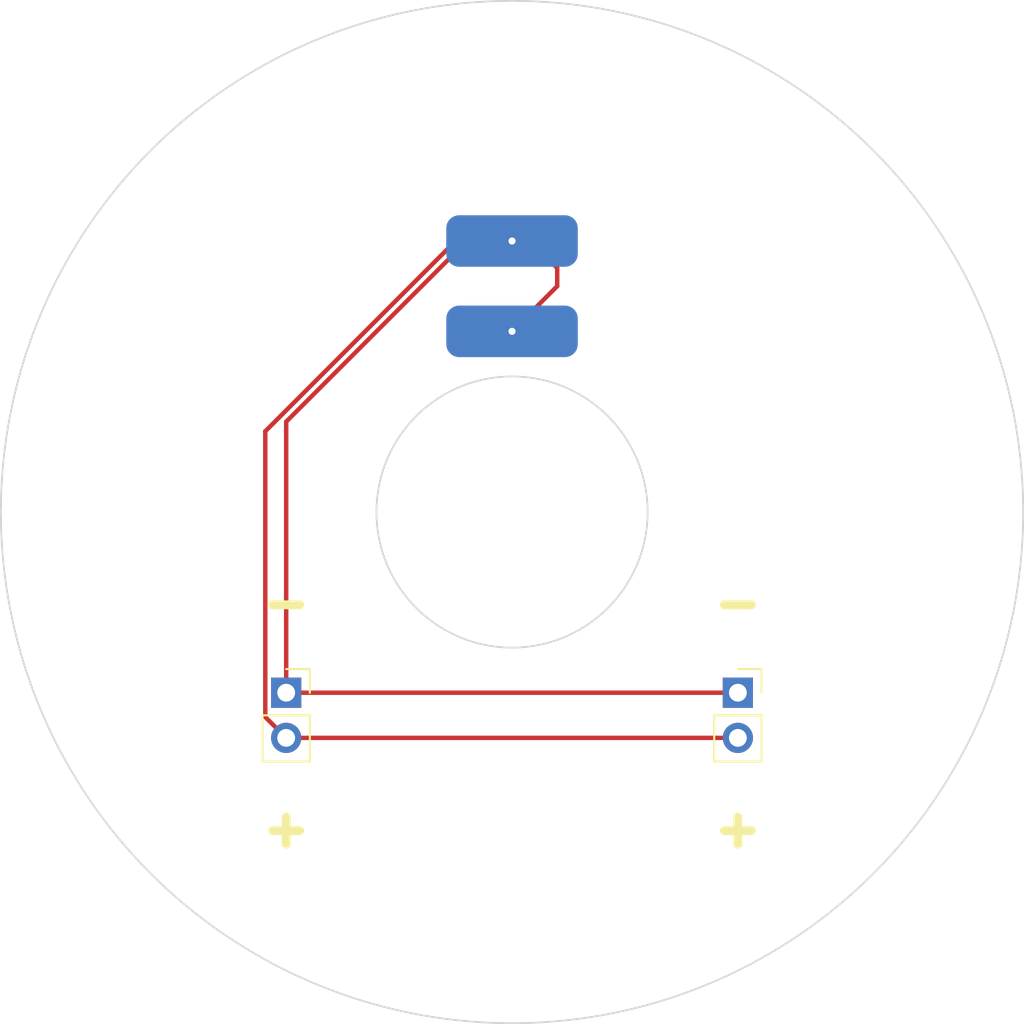
<source format=kicad_pcb>
(kicad_pcb (version 20211014) (generator pcbnew)
  (layers (0 "F.Cu" signal) (31 "B.Cu" signal) (34 "B.Paste" user) (35 "F.Paste" user) (36 "B.SilkS" user "B.Silkscreen") (37 "F.SilkS" user "F.Silkscreen") (38 "B.Mask" user) (39 "F.Mask" user) (44 "Edge.Cuts" user))
  (net 0 "")
  (net 1 "Net-(D1-Pad1)")
  (net 2 "Net-(D1-Pad2)")
  (footprint "Connector_PinSocket_2.54mm:PinSocket_1x02_P2.54mm_Vertical" (layer "F.Cu") (at -12.7 10.16)
    (fp_text reference "D2" hide)
    (fp_text value "LED")
    (fp_line (start 1.33 1.27) (end 1.33 3.87) (layer "F.SilkS") (width 0.12))
    (fp_line (start 0 -1.33) (end 1.33 -1.33) (layer "F.SilkS") (width 0.12))
    (fp_line (start 1.33 -1.33) (end 1.33 0) (layer "F.SilkS") (width 0.12))
    (fp_line (start -1.33 1.27) (end 1.33 1.27) (layer "F.SilkS") (width 0.12))
    (fp_line (start -1.33 3.87) (end 1.33 3.87) (layer "F.SilkS") (width 0.12))
    (fp_line (start -1.33 1.27) (end -1.33 3.87) (layer "F.SilkS") (width 0.12))
    (pad "1" thru_hole rect (at 0 0) (size 1.7 1.7) (drill 1) (layers *.Cu *.Mask) (net 1 "Net-(D1-Pad1)"))
    (pad "2" thru_hole oval (at 0 2.54) (size 1.7 1.7) (drill 1) (layers *.Cu *.Mask) (net 2 "Net-(D1-Pad2)"))
  )
  (footprint "Library:Contact Pads" (layer "F.Cu") (at 0 0)
    (fp_text reference "U1" hide)
    (fp_text value "2_Wire_contact")
    (pad "1" smd roundrect (at 0 -10.16 90) (size 2.9 7.4) (layers "B.Cu" "B.Paste" "B.Mask") (net 2 "Net-(D1-Pad2)"))
    (pad "2" smd roundrect (at 0 -15.24 90) (size 2.9 7.4) (layers "B.Cu" "B.Paste" "B.Mask") (net 1 "Net-(D1-Pad1)"))
  )
  (footprint "Connector_PinSocket_2.54mm:PinSocket_1x02_P2.54mm_Vertical" (layer "F.Cu") (at 12.7 10.16)
    (fp_text reference "D1" hide)
    (fp_text value "LED")
    (fp_line (start -1.33 1.27) (end 1.33 1.27) (layer "F.SilkS") (width 0.12))
    (fp_line (start 1.33 -1.33) (end 1.33 0) (layer "F.SilkS") (width 0.12))
    (fp_line (start 1.33 1.27) (end 1.33 3.87) (layer "F.SilkS") (width 0.12))
    (fp_line (start -1.33 1.27) (end -1.33 3.87) (layer "F.SilkS") (width 0.12))
    (fp_line (start -1.33 3.87) (end 1.33 3.87) (layer "F.SilkS") (width 0.12))
    (fp_line (start 0 -1.33) (end 1.33 -1.33) (layer "F.SilkS") (width 0.12))
    (pad "1" thru_hole rect (at 0 0) (size 1.7 1.7) (drill 1) (layers *.Cu *.Mask) (net 1 "Net-(D1-Pad1)"))
    (pad "2" thru_hole oval (at 0 2.54) (size 1.7 1.7) (drill 1) (layers *.Cu *.Mask) (net 2 "Net-(D1-Pad2)"))
  )
  (footprint "MountingHole:MountingHole_3.2mm_M3" (layer "F.Cu") (at 0 -22.86)
    (fp_text reference "REF**" hide)
    (fp_text value "MountingHole_3.2mm_M3")
    (pad "" np_thru_hole circle (at 0 0) (size 3.2 3.2) (drill 3.2) (layers *.Cu *.Mask))
  )
  (footprint "MountingHole:MountingHole_3.2mm_M3" (layer "F.Cu") (at 0 22.86)
    (fp_text reference "REF**" hide)
    (fp_text value "MountingHole_3.2mm_M3")
    (pad "" np_thru_hole circle (at 0 0) (size 3.2 3.2) (drill 3.2) (layers *.Cu *.Mask))
  )
  (gr_circle (center 0 0) (end 7.62421 0) (layer "Edge.Cuts") (width 0.1) (fill none))
  (gr_circle (center 0 0) (end 28.742773 0) (layer "Edge.Cuts") (width 0.1) (fill none))
  (gr_text "-" (at 12.7 5.08) (layer "F.SilkS") (effects (font (size 2 2) (thickness 0.5)) (justify mirror)))
  (gr_text "+" (at 12.7 17.78) (layer "F.SilkS") (effects (font (size 2 2) (thickness 0.5)) (justify mirror)))
  (gr_text "+" (at -12.7 17.78) (layer "F.SilkS") (effects (font (size 2 2) (thickness 0.5)) (justify mirror)))
  (gr_text "-" (at -12.7 5.08) (layer "F.SilkS") (effects (font (size 2 2) (thickness 0.5)) (justify mirror)))
  (segment (start -12.7 10.16) (end -12.7 -5.08) (width 0.25) (layer "F.Cu") (net 1))
  (segment (start -2.54 -15.24) (end 0 -15.24) (width 0.25) (layer "F.Cu") (net 1))
  (segment (start 12.7 10.16) (end -12.7 10.16) (width 0.25) (layer "F.Cu") (net 1))
  (segment (start -12.7 -5.08) (end -2.54 -15.24) (width 0.25) (layer "F.Cu") (net 1))
  (via (at 0 -15.24) (size 0.8) (drill 0.4) (layers "F.Cu" "B.Cu") (net 1))
  (segment (start -12.7 12.7) (end 12.7 12.7) (width 0.25) (layer "F.Cu") (net 2))
  (segment (start 0.300103 -15.964511) (end 2.54 -13.724614) (width 0.25) (layer "F.Cu") (net 2))
  (segment (start -13.874511 11.525489) (end -13.874511 -4.541206) (width 0.25) (layer "F.Cu") (net 2))
  (segment (start -12.7 12.7) (end -13.874511 11.525489) (width 0.25) (layer "F.Cu") (net 2))
  (segment (start -13.874511 -4.541206) (end -2.451206 -15.964511) (width 0.25) (layer "F.Cu") (net 2))
  (segment (start -2.451206 -15.964511) (end 0.300103 -15.964511) (width 0.25) (layer "F.Cu") (net 2))
  (segment (start 2.54 -13.724614) (end 2.54 -12.7) (width 0.25) (layer "F.Cu") (net 2))
  (segment (start 2.54 -12.7) (end 0 -10.16) (width 0.25) (layer "F.Cu") (net 2))
  (via (at 0 -10.16) (size 0.8) (drill 0.4) (layers "F.Cu" "B.Cu") (net 2))
)
</source>
